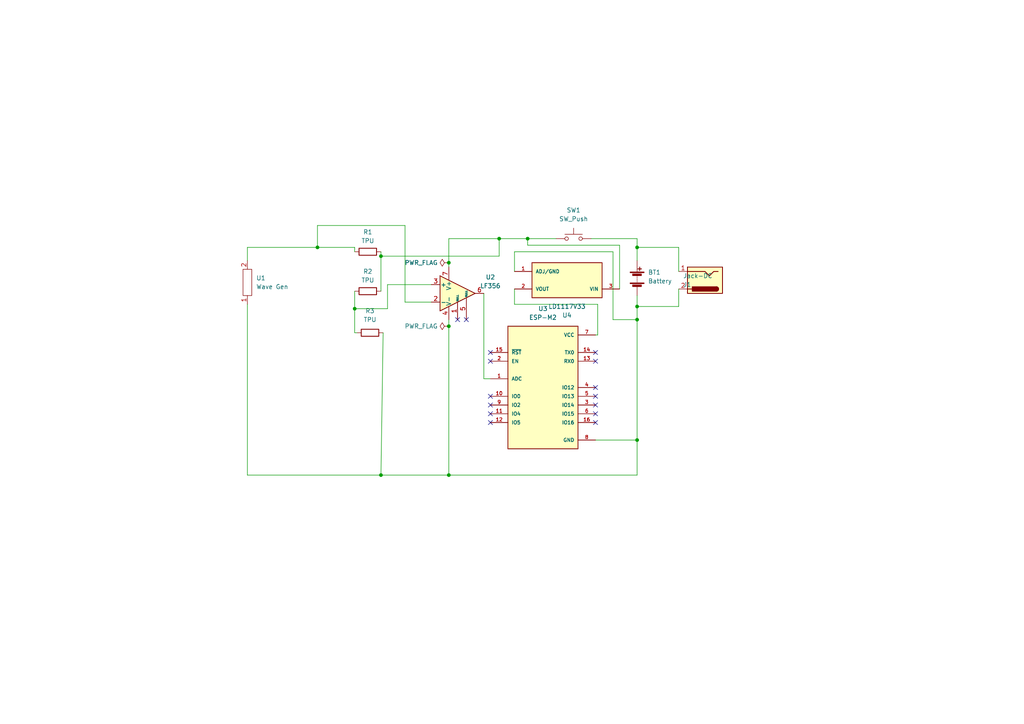
<source format=kicad_sch>
(kicad_sch (version 20211123) (generator eeschema)
  (paper "A4")
  (lib_symbols
    (symbol "Amplifier_Operational:LF356" (pin_names (offset 0.127))
      (property "Reference" "U" (at 0 6.35 0))
      (property "Value" "LF356" (at 0 3.81 0))
      (symbol "LF356_0_1"
        (polyline (pts (xy -5.08 5.08) (xy 5.08 0) (xy -5.08 -5.08) (xy -5.08 5.08)) (stroke (width 0.254)) (fill (type background)))
      )
      (symbol "LF356_1_1"
        (pin input line (at 0 -7.62 90) (length 5.08) (name "NULL") (number "1"))
        (pin input line (at -7.62 -2.54 0) (length 2.54) (name "-") (number "2"))
        (pin input line (at -7.62 2.54 0) (length 2.54) (name "+") (number "3"))
        (pin power_in line (at -2.54 -7.62 90) (length 3.81) (name "V-") (number "4"))
        (pin input line (at 2.54 -7.62 90) (length 6.35) (name "NULL") (number "5"))
        (pin output line (at 7.62 0 180) (length 2.54) (name "~") (number "6"))
        (pin power_in line (at -2.54 7.62 270) (length 3.81) (name "V+") (number "7"))
        (pin no_connect line (at 0 2.54 270) (length 2.54) hide (name "NC") (number "8"))
      )
    )
    (symbol "Connector:Jack-DC" (pin_names (offset 1.016))
      (property "Reference" "J1" (at 6.35 1.2701 0))
      (property "Value" "Jack-DC" (at 6.35 -1.2699 0))
      (symbol "Jack-DC_0_1"
        (rectangle (start -5.08 3.81) (end 5.08 -3.81) (stroke (width 0.254)) (fill (type background)))
        (arc (start -3.302 3.175) (mid -3.937 2.54) (end -3.302 1.905) (stroke (width 0.254)))
        (arc (start -3.302 3.175) (mid -3.937 2.54) (end -3.302 1.905) (stroke (width 0.254)) (fill (type outline)))
        (polyline (pts (xy 5.08 2.54) (xy 3.81 2.54)) (stroke (width 0.254)))
        (polyline (pts (xy -3.81 -2.54) (xy -2.54 -2.54) (xy -1.27 -1.27) (xy 0 -2.54) (xy 2.54 -2.54) (xy 5.08 -2.54)) (stroke (width 0.254)))
        (rectangle (start 3.683 3.175) (end -3.302 1.905) (stroke (width 0.254)) (fill (type outline)))
      )
      (symbol "Jack-DC_1_1"
        (pin passive line (at 7.62 -2.54 180) (length 2.54) (name "~") (number "1"))
        (pin passive line (at 7.62 2.54 180) (length 2.54) (name "~") (number "2"))
      )
    )
    (symbol "Device:Battery" (pin_numbers hide) (pin_names (offset 0) hide)
      (property "Reference" "BT" (at 2.54 2.54 0))
      (property "Value" "Battery" (at 2.54 0 0))
      (symbol "Battery_0_1"
        (rectangle (start -2.032 -1.397) (end 2.032 -1.651) (fill (type outline)))
        (rectangle (start -2.032 1.778) (end 2.032 1.524) (fill (type outline)))
        (rectangle (start -1.3208 -1.9812) (end 1.27 -2.4892) (fill (type outline)))
        (rectangle (start -1.3208 1.1938) (end 1.27 0.6858) (fill (type outline)))
        (polyline (pts (xy 0 -1.524) (xy 0 -1.27)))
        (polyline (pts (xy 0 -1.016) (xy 0 -0.762)))
        (polyline (pts (xy 0 -0.508) (xy 0 -0.254)))
        (polyline (pts (xy 0 0) (xy 0 0.254)))
        (polyline (pts (xy 0 0.508) (xy 0 0.762)))
        (polyline (pts (xy 0 1.778) (xy 0 2.54)))
        (polyline (pts (xy 0.254 2.667) (xy 1.27 2.667)) (stroke (width 0.254)))
        (polyline (pts (xy 0.762 3.175) (xy 0.762 2.159)) (stroke (width 0.254)))
      )
      (symbol "Battery_1_1"
        (pin passive line (at 0 5.08 270) (length 2.54) (name "+") (number "1"))
        (pin passive line (at 0 -5.08 90) (length 2.54) (name "-") (number "2"))
      )
    )
    (symbol "Device:R" (pin_numbers hide) (pin_names (offset 0))
      (property "Reference" "R" (at 2.032 0 90))
      (property "Value" "R" (at 0 0 90))
      (symbol "R_0_1"
        (rectangle (start -1.016 -2.54) (end 1.016 2.54) (stroke (width 0.254)))
      )
      (symbol "R_1_1"
        (pin passive line (at 0 3.81 270) (length 1.27) (name "~") (number "1"))
        (pin passive line (at 0 -3.81 90) (length 1.27) (name "~") (number "2"))
      )
    )
    (symbol "MyStuff:ESP-M2" (pin_names (offset 1.016))
      (property "Reference" "U" (at -10.16 18.288 0))
      (property "Value" "ESP-M2" (at -10.16 -20.32 0))
      (symbol "ESP-M2_0_0"
        (rectangle (start -10.16 -17.78) (end 10.16 17.78) (stroke (width 0.254)) (fill (type background)))
        (pin bidirectional line (at -15.24 2.54 0) (length 5.08) (name "ADC") (number "1"))
        (pin bidirectional line (at -15.24 -2.54 0) (length 5.08) (name "IO0") (number "10"))
        (pin bidirectional line (at -15.24 -7.62 0) (length 5.08) (name "IO4") (number "11"))
        (pin bidirectional line (at -15.24 -10.16 0) (length 5.08) (name "IO5") (number "12"))
        (pin bidirectional line (at 15.24 7.62 180) (length 5.08) (name "RX0") (number "13"))
        (pin bidirectional line (at 15.24 10.16 180) (length 5.08) (name "TX0") (number "14"))
        (pin input line (at -15.24 10.16 0) (length 5.08) (name "~{RST}") (number "15"))
        (pin bidirectional line (at 15.24 -10.16 180) (length 5.08) (name "IO16") (number "16"))
        (pin input line (at -15.24 7.62 0) (length 5.08) (name "EN") (number "2"))
        (pin bidirectional line (at 15.24 -5.08 180) (length 5.08) (name "IO14") (number "3"))
        (pin bidirectional line (at 15.24 0 180) (length 5.08) (name "IO12") (number "4"))
        (pin bidirectional line (at 15.24 -2.54 180) (length 5.08) (name "IO13") (number "5"))
        (pin bidirectional line (at 15.24 -7.62 180) (length 5.08) (name "IO15") (number "6"))
        (pin power_in line (at 15.24 15.24 180) (length 5.08) (name "VCC") (number "7"))
        (pin power_in line (at 15.24 -15.24 180) (length 5.08) (name "GND") (number "8"))
        (pin bidirectional line (at -15.24 -5.08 0) (length 5.08) (name "IO2") (number "9"))
      )
    )
    (symbol "MyStuff:LD1117V33" (pin_names (offset 1.016))
      (property "Reference" "U4" (at 0 10.16 0))
      (property "Value" "LD1117V33" (at 0 7.62 0))
      (symbol "LD1117V33_0_0"
        (rectangle (start -10.16 -5.08) (end 10.16 5.08) (stroke (width 0.254)) (fill (type background)))
        (pin passive line (at 15.24 -2.54 180) (length 5.08) (name "ADJ/GND") (number "1"))
        (pin power_out line (at 15.24 2.54 180) (length 5.08) (name "VOUT") (number "2"))
        (pin input line (at -15.24 2.54 0) (length 5.08) (name "VIN") (number "3"))
      )
    )
    (symbol "New_Library:thing"
      (property "Reference" "U" (at 0 2.54 0))
      (property "Value" "thing" (at 0 1.27 0))
      (symbol "thing_0_1"
        (rectangle (start -3.81 1.27) (end 3.81 -1.27))
      )
      (symbol "thing_1_1"
        (pin input line (at -6.35 0 0) (length 2.54) (name "") (number "1"))
        (pin input line (at 6.35 0 180) (length 2.54) (name "") (number "2"))
      )
    )
    (symbol "Switch:SW_Push" (pin_numbers hide) (pin_names (offset 1.016) hide)
      (property "Reference" "SW" (at 1.27 2.54 0))
      (property "Value" "SW_Push" (at 0 -1.524 0))
      (symbol "SW_Push_0_1"
        (circle (center -2.032 0) (radius 0.508))
        (polyline (pts (xy 0 1.27) (xy 0 3.048)))
        (polyline (pts (xy 2.54 1.27) (xy -2.54 1.27)))
        (circle (center 2.032 0) (radius 0.508))
        (pin passive line (at -5.08 0 0) (length 2.54) (name "1") (number "1"))
        (pin passive line (at 5.08 0 180) (length 2.54) (name "2") (number "2"))
      )
    )
    (symbol "power:PWR_FLAG" (power) (pin_numbers hide) (pin_names (offset 0) hide)
      (property "Value" "PWR_FLAG" (at 0 3.81 0))
      (symbol "PWR_FLAG_0_0"
        (pin power_out line (at 0 0 90) (length 0) (name "pwr") (number "1"))
      )
      (symbol "PWR_FLAG_0_1"
        (polyline (pts (xy 0 0) (xy 0 1.27) (xy -1.016 1.905) (xy 0 2.54) (xy 1.016 1.905) (xy 0 1.27)))
      )
    )
  )
  (junction (at 144.78 69.215))
  (junction (at 153.035 69.215))
  (junction (at 184.785 88.9))
  (junction (at 110.49 74.295))
  (junction (at 110.49 137.795))
  (junction (at 92.075 71.755))
  (junction (at 184.785 71.755))
  (junction (at 102.87 89.535))
  (junction (at 130.175 137.795))
  (junction (at 184.785 127.635))
  (junction (at 184.785 92.71))
  (junction (at 130.175 94.615))
  (junction (at 130.175 76.2))
  (no_connect (at 132.715 92.71))
  (no_connect (at 135.255 92.71))
  (no_connect (at 142.24 102.235))
  (no_connect (at 142.24 104.775))
  (no_connect (at 172.72 120.015))
  (no_connect (at 172.72 122.555))
  (no_connect (at 142.24 117.475))
  (no_connect (at 142.24 114.935))
  (no_connect (at 142.24 120.015))
  (no_connect (at 142.24 122.555))
  (no_connect (at 172.72 104.775))
  (no_connect (at 172.72 117.475))
  (no_connect (at 172.72 114.935))
  (no_connect (at 172.72 102.235))
  (no_connect (at 172.72 112.395))
  (wire (pts (xy 196.85 71.755) (xy 184.785 71.755)))
  (wire (pts (xy 184.785 69.215) (xy 184.785 71.755)))
  (wire (pts (xy 179.705 71.12) (xy 153.035 71.12)))
  (wire (pts (xy 140.335 109.855) (xy 142.24 109.855)))
  (wire (pts (xy 184.785 88.9) (xy 184.785 92.71)))
  (wire (pts (xy 173.355 88.265) (xy 173.355 97.155)))
  (wire (pts (xy 71.755 137.795) (xy 110.49 137.795)))
  (wire (pts (xy 196.85 83.82) (xy 196.85 88.9)))
  (wire (pts (xy 177.8 73.025) (xy 177.8 92.71)))
  (wire (pts (xy 117.475 65.405) (xy 117.475 87.63)))
  (wire (pts (xy 117.475 87.63) (xy 125.095 87.63)))
  (wire (pts (xy 172.72 97.155) (xy 173.355 97.155)))
  (wire (pts (xy 130.175 69.215) (xy 144.78 69.215)))
  (wire (pts (xy 130.175 69.215) (xy 130.175 76.2)))
  (wire (pts (xy 184.785 92.71) (xy 184.785 127.635)))
  (wire (pts (xy 112.395 82.55) (xy 112.395 89.535)))
  (wire (pts (xy 111.125 96.52) (xy 110.49 137.795)))
  (wire (pts (xy 184.785 71.755) (xy 184.785 75.565)))
  (wire (pts (xy 172.72 127.635) (xy 184.785 127.635)))
  (wire (pts (xy 125.095 82.55) (xy 112.395 82.55)))
  (wire (pts (xy 196.85 78.74) (xy 196.85 71.755)))
  (wire (pts (xy 71.755 75.565) (xy 71.755 71.755)))
  (wire (pts (xy 102.87 89.535) (xy 112.395 89.535)))
  (wire (pts (xy 144.78 74.295) (xy 144.78 69.215)))
  (wire (pts (xy 149.225 88.265) (xy 173.355 88.265)))
  (wire (pts (xy 153.035 69.215) (xy 161.29 69.215)))
  (wire (pts (xy 149.225 73.025) (xy 177.8 73.025)))
  (wire (pts (xy 110.49 74.295) (xy 110.49 84.455)))
  (wire (pts (xy 71.755 71.755) (xy 92.075 71.755)))
  (wire (pts (xy 102.87 89.535) (xy 102.87 96.52)))
  (wire (pts (xy 110.49 74.295) (xy 144.78 74.295)))
  (wire (pts (xy 102.87 96.52) (xy 103.505 96.52)))
  (wire (pts (xy 149.225 78.74) (xy 149.225 73.025)))
  (wire (pts (xy 171.45 69.215) (xy 184.785 69.215)))
  (wire (pts (xy 92.075 71.755) (xy 92.075 65.405)))
  (wire (pts (xy 110.49 73.025) (xy 110.49 74.295)))
  (wire (pts (xy 184.785 127.635) (xy 184.785 137.795)))
  (wire (pts (xy 92.075 71.755) (xy 102.87 71.755)))
  (wire (pts (xy 153.035 71.12) (xy 153.035 69.215)))
  (wire (pts (xy 130.175 92.71) (xy 130.175 94.615)))
  (wire (pts (xy 196.85 88.9) (xy 184.785 88.9)))
  (wire (pts (xy 184.785 85.725) (xy 184.785 88.9)))
  (wire (pts (xy 110.49 137.795) (xy 130.175 137.795)))
  (wire (pts (xy 102.87 84.455) (xy 102.87 89.535)))
  (wire (pts (xy 130.175 94.615) (xy 130.175 137.795)))
  (wire (pts (xy 140.335 85.09) (xy 140.335 109.855)))
  (wire (pts (xy 177.8 92.71) (xy 184.785 92.71)))
  (wire (pts (xy 92.075 65.405) (xy 117.475 65.405)))
  (wire (pts (xy 130.175 137.795) (xy 184.785 137.795)))
  (wire (pts (xy 102.87 71.755) (xy 102.87 73.025)))
  (wire (pts (xy 144.78 69.215) (xy 153.035 69.215)))
  (wire (pts (xy 149.225 83.82) (xy 149.225 88.265)))
  (wire (pts (xy 71.755 88.265) (xy 71.755 137.795)))
  (wire (pts (xy 130.175 76.2) (xy 130.175 77.47)))
  (wire (pts (xy 179.705 83.82) (xy 179.705 71.12)))
  (symbol (lib_id "Device:Battery") (at 184.785 80.645 0) (unit 1)
    (property "Reference" "BT1" (at 187.96 78.9939 0) (effects (justify left)))
    (property "Value" "Battery" (at 187.96 81.5339 0) (effects (justify left)))
    (property "Footprint" "MyStuff:Battery" (effects hide))
  )
  (symbol (lib_id "power:PWR_FLAG") (at 130.175 76.2 90) (unit 1)
    (property "Reference" "#FLG0101" (effects hide))
    (property "Value" "PWR_FLAG" (at 127 76.1999 90) (effects (justify left)))
  )
  (symbol (lib_id "Device:R") (at 106.68 84.455 90) (unit 1)
    (property "Reference" "R2" (at 106.68 78.74 90))
    (property "Value" "TPU" (at 106.68 81.28 90))
    (property "Footprint" "MyStuff:TPU" (effects hide))
  )
  (symbol (lib_id "power:PWR_FLAG") (at 130.175 94.615 90) (unit 1)
    (property "Reference" "#FLG0102" (effects hide))
    (property "Value" "PWR_FLAG" (at 127 94.6149 90) (effects (justify left)))
  )
  (symbol (lib_id "New_Library:thing") (at 71.755 81.915 90) (unit 1)
    (property "Reference" "U1" (at 74.295 80.6449 90) (effects (justify right)))
    (property "Value" "Wave Gen" (at 74.295 83.1849 90) (effects (justify right)))
    (property "Footprint" "MyStuff:for_thing" (effects hide))
  )
  (symbol (lib_id "Amplifier_Operational:LF356") (at 132.715 85.09 0) (unit 1)
    (property "Reference" "U2" (at 142.24 80.391 0))
    (property "Value" "LF356" (at 142.24 82.931 0))
    (property "Footprint" "MyStuff:dummy_lf356" (effects hide))
    (property "Datasheet" "http://www.ti.com/lit/ds/symlink/lf357.pdf" (effects hide))
  )
  (symbol (lib_id "Device:R") (at 107.315 96.52 90) (unit 1)
    (property "Reference" "R3" (at 107.315 90.17 90))
    (property "Value" "TPU" (at 107.315 92.71 90))
    (property "Footprint" "MyStuff:TPU" (effects hide))
  )
  (symbol (lib_id "MyStuff:ESP-M2") (at 157.48 112.395 0) (unit 1)
    (property "Reference" "U3" (at 157.48 89.535 0))
    (property "Value" "ESP-M2" (at 157.48 92.075 0))
    (property "Footprint" "MyStuff:MODULE_ESP-M2" (effects hide))
    (property "MANUFACTURER" "Doctors of Intelligence & Technology Co., LTD" (effects hide))
    (property "SNAPEDA_PN" "ESP-M2" (effects hide))
    (property "PARTREV" "V1.0" (effects hide))
    (property "MAXIMUM_PACKAGE_HEIGHT" "3.0 mm" (effects hide))
    (property "STANDARD" "Manufacturer Recommendations" (effects hide))
  )
  (symbol (lib_id "Device:R") (at 106.68 73.025 90) (unit 1)
    (property "Reference" "R1" (at 106.68 67.31 90))
    (property "Value" "TPU" (at 106.68 69.85 90))
    (property "Footprint" "MyStuff:TPU" (effects hide))
  )
  (symbol (lib_id "MyStuff:LD1117V33") (at 164.465 81.28 180) (unit 1)
    (property "Reference" "U4" (at 164.465 91.44 0))
    (property "Value" "LD1117V33" (at 164.465 88.9 0))
    (property "Footprint" "MyStuff:voltage_regulator" (effects hide))
    (property "MANUFACTURER" "ST Microelectronics" (effects hide))
    (property "PARTREV" "37" (effects hide))
    (property "STANDARD" "IPC-7351B" (effects hide))
    (property "MAXIMUM_PACKAGE_HEIGHT" "19.68mm" (effects hide))
  )
  (symbol (lib_id "Switch:SW_Push") (at 166.37 69.215 0) (unit 1)
    (property "Reference" "SW1" (at 166.37 60.96 0))
    (property "Value" "SW_Push" (at 166.37 63.5 0))
    (property "Footprint" "MyStuff:switch" (effects hide))
  )
  (symbol (lib_id "Connector:Jack-DC") (at 204.47 81.28 180) (unit 1)
    (property "Reference" "J1" (at 198.12 82.5501 0) (effects (justify right)))
    (property "Value" "Jack-DC" (at 198.12 80.0101 0) (effects (justify right)))
    (property "Footprint" "MyStuff:charge_port" (effects hide))
  )
)
</source>
